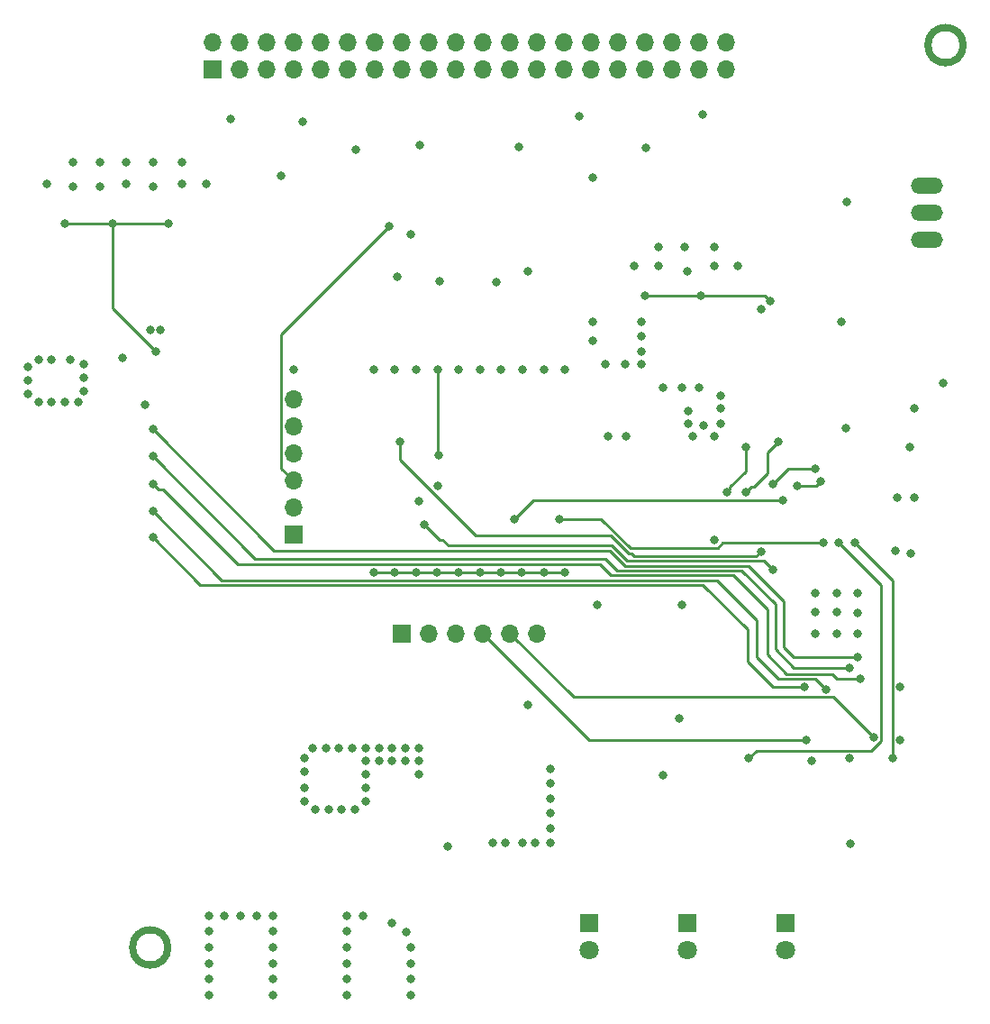
<source format=gbr>
%TF.GenerationSoftware,KiCad,Pcbnew,(5.1.6)-1*%
%TF.CreationDate,2020-09-10T03:51:48+02:00*%
%TF.ProjectId,Esp32TinyTester,45737033-3254-4696-9e79-546573746572,rev?*%
%TF.SameCoordinates,Original*%
%TF.FileFunction,Copper,L4,Bot*%
%TF.FilePolarity,Positive*%
%FSLAX46Y46*%
G04 Gerber Fmt 4.6, Leading zero omitted, Abs format (unit mm)*
G04 Created by KiCad (PCBNEW (5.1.6)-1) date 2020-09-10 03:51:48*
%MOMM*%
%LPD*%
G01*
G04 APERTURE LIST*
%TA.AperFunction,EtchedComponent*%
%ADD10C,0.381000*%
%TD*%
%TA.AperFunction,ComponentPad*%
%ADD11R,1.700000X1.700000*%
%TD*%
%TA.AperFunction,ComponentPad*%
%ADD12O,1.700000X1.700000*%
%TD*%
%TA.AperFunction,ComponentPad*%
%ADD13C,1.800000*%
%TD*%
%TA.AperFunction,ComponentPad*%
%ADD14R,1.800000X1.800000*%
%TD*%
%TA.AperFunction,ComponentPad*%
%ADD15O,3.010000X1.510000*%
%TD*%
%TA.AperFunction,ViaPad*%
%ADD16C,0.800000*%
%TD*%
%TA.AperFunction,Conductor*%
%ADD17C,0.250000*%
%TD*%
G04 APERTURE END LIST*
D10*
X146540700Y-55250000D02*
G75*
G03*
X146540700Y-55250000I-1790700J0D01*
G01*
X146279080Y-55250000D02*
G75*
G03*
X146279080Y-55250000I-1529080J0D01*
G01*
X71790700Y-140000000D02*
G75*
G03*
X71790700Y-140000000I-1790700J0D01*
G01*
X71529080Y-140000000D02*
G75*
G03*
X71529080Y-140000000I-1529080J0D01*
G01*
D11*
X75870000Y-57540000D03*
D12*
X75870000Y-55000000D03*
X78410000Y-57540000D03*
X78410000Y-55000000D03*
X80950000Y-57540000D03*
X80950000Y-55000000D03*
X83490000Y-57540000D03*
X83490000Y-55000000D03*
X86030000Y-57540000D03*
X86030000Y-55000000D03*
X88570000Y-57540000D03*
X88570000Y-55000000D03*
X91110000Y-57540000D03*
X91110000Y-55000000D03*
X93650000Y-57540000D03*
X93650000Y-55000000D03*
X96190000Y-57540000D03*
X96190000Y-55000000D03*
X98730000Y-57540000D03*
X98730000Y-55000000D03*
X101270000Y-57540000D03*
X101270000Y-55000000D03*
X103810000Y-57540000D03*
X103810000Y-55000000D03*
X106350000Y-57540000D03*
X106350000Y-55000000D03*
X108890000Y-57540000D03*
X108890000Y-55000000D03*
X111430000Y-57540000D03*
X111430000Y-55000000D03*
X113970000Y-57540000D03*
X113970000Y-55000000D03*
X116510000Y-57540000D03*
X116510000Y-55000000D03*
X119050000Y-57540000D03*
X119050000Y-55000000D03*
X121590000Y-57540000D03*
X121590000Y-55000000D03*
X124130000Y-57540000D03*
X124130000Y-55000000D03*
D13*
X111250000Y-140290000D03*
D14*
X111250000Y-137750000D03*
D12*
X106370000Y-110500000D03*
X103830000Y-110500000D03*
X101290000Y-110500000D03*
X98750000Y-110500000D03*
X96210000Y-110500000D03*
D11*
X93670000Y-110500000D03*
X83500000Y-101250000D03*
D12*
X83500000Y-98710000D03*
X83500000Y-96170000D03*
X83500000Y-93630000D03*
X83500000Y-91090000D03*
X83500000Y-88550000D03*
D15*
X143000000Y-73500000D03*
X143000000Y-70960000D03*
X143000000Y-68420000D03*
D14*
X129750000Y-137750000D03*
D13*
X129750000Y-140290000D03*
X120500000Y-140290000D03*
D14*
X120500000Y-137750000D03*
D16*
X140500000Y-115500000D03*
X140500000Y-120500000D03*
X75500000Y-138500000D03*
X75500000Y-137000000D03*
X75500000Y-140000000D03*
X75500000Y-141500000D03*
X75500000Y-143000000D03*
X75500000Y-144500000D03*
X81500000Y-143000000D03*
X81500000Y-144500000D03*
X94500000Y-143000000D03*
X94500000Y-141500000D03*
X81500000Y-141500000D03*
X81500000Y-140000000D03*
X77000000Y-137000000D03*
X78500000Y-137000000D03*
X94500000Y-140000000D03*
X81500000Y-138500000D03*
X81500000Y-137000000D03*
X80000000Y-137000000D03*
X90000000Y-137000000D03*
X88500000Y-138500000D03*
X88500000Y-137000000D03*
X94500000Y-144500000D03*
X88500000Y-144500000D03*
X88500000Y-143000000D03*
X88500000Y-140000000D03*
X88500000Y-141500000D03*
X132500000Y-110500000D03*
X134500000Y-110500000D03*
X136500000Y-110500000D03*
X134500000Y-108500000D03*
X134500000Y-106750000D03*
X136250000Y-102000000D03*
X134750000Y-102000000D03*
X106200000Y-130200000D03*
X107600000Y-130200000D03*
X107600000Y-128800000D03*
X107600000Y-127400000D03*
X107600000Y-126000000D03*
X107600000Y-124600000D03*
X107600000Y-123200000D03*
X103400000Y-130200000D03*
X102200000Y-130200000D03*
X120600000Y-89600000D03*
X120600000Y-90800000D03*
X123600000Y-89400000D03*
X123600000Y-90800000D03*
X123600000Y-88200000D03*
X132200000Y-122500000D03*
X118200000Y-123800000D03*
X139750000Y-122250000D03*
X135800000Y-130250000D03*
X119750000Y-118500000D03*
X135750000Y-122250000D03*
X121600000Y-87400000D03*
X120000000Y-87400000D03*
X118200000Y-87400000D03*
X116200000Y-85200000D03*
X116200000Y-84000000D03*
X116200000Y-82600000D03*
X116200000Y-81200000D03*
X111600000Y-81200000D03*
X111600000Y-83000000D03*
X114600000Y-85200000D03*
X112750000Y-85200000D03*
X113000000Y-92000000D03*
X114750000Y-92000000D03*
X140250000Y-97750000D03*
X140000000Y-102750000D03*
X141400000Y-93000000D03*
X135400000Y-91200000D03*
X141800000Y-89400000D03*
X135000000Y-81200000D03*
X138000000Y-120250000D03*
X135500000Y-70000000D03*
X128250000Y-79250000D03*
X125250000Y-76000000D03*
X123000000Y-76000000D03*
X120250000Y-74250000D03*
X123000000Y-74250000D03*
X117750000Y-76000000D03*
X117750000Y-74250000D03*
X120500000Y-76500000D03*
X115500000Y-76000000D03*
X121750000Y-78750000D03*
X116500000Y-78750000D03*
X62500000Y-84750000D03*
X63750000Y-85250000D03*
X60750000Y-88750000D03*
X62000000Y-88750000D03*
X58500000Y-88000000D03*
X58500000Y-86750000D03*
X58500000Y-85500000D03*
X85250000Y-121250000D03*
X84500000Y-126250000D03*
X84500000Y-125000000D03*
X84500000Y-123500000D03*
X84500000Y-122250000D03*
X85500000Y-127000000D03*
X86750000Y-127000000D03*
X88000000Y-127000000D03*
X90250000Y-126250000D03*
X89250000Y-127000000D03*
X95250000Y-123750000D03*
X94000000Y-121250000D03*
X92750000Y-121250000D03*
X95250000Y-122500000D03*
X94000000Y-122500000D03*
X95250000Y-121250000D03*
X90250000Y-125000000D03*
X91500000Y-121250000D03*
X90250000Y-122500000D03*
X92750000Y-122500000D03*
X89000000Y-121250000D03*
X90250000Y-123750000D03*
X91500000Y-122500000D03*
X90250000Y-121250000D03*
X86500000Y-121250000D03*
X87750000Y-121250000D03*
X75250000Y-68250000D03*
X60250000Y-68250000D03*
X62750000Y-68500000D03*
X65250000Y-68500000D03*
X67750000Y-68250000D03*
X62750000Y-66250000D03*
X67750000Y-66250000D03*
X70250000Y-68500000D03*
X73000000Y-68250000D03*
X73000000Y-66250000D03*
X70500000Y-84000000D03*
X105500000Y-117250000D03*
X83500000Y-85750000D03*
X70250000Y-101500000D03*
X70250000Y-96500000D03*
X62000000Y-72000000D03*
X66500000Y-72000000D03*
X71750000Y-72000000D03*
X70250000Y-93890000D03*
X70250000Y-91350000D03*
X70250000Y-99000000D03*
X129000000Y-92500000D03*
X131500000Y-115500000D03*
X133500000Y-115750000D03*
X135750000Y-113750000D03*
X133000000Y-96250000D03*
X132500000Y-95000000D03*
X132500000Y-108500000D03*
X132500000Y-106750000D03*
X136500000Y-106750000D03*
X136750000Y-114750000D03*
X136500000Y-112750000D03*
X93500000Y-92500000D03*
X92500000Y-72250000D03*
X93250000Y-77000000D03*
X126000000Y-93000000D03*
X123000000Y-101750000D03*
X141500000Y-103000000D03*
X133250000Y-102000000D03*
X129500000Y-98000000D03*
X127400000Y-102800000D03*
X94500000Y-73000000D03*
X105500000Y-76500000D03*
X97200000Y-77430000D03*
X95220000Y-98100000D03*
X82300000Y-67550000D03*
X77600000Y-62150000D03*
X84350000Y-62400000D03*
X89300000Y-65050000D03*
X95350000Y-64650000D03*
X104650000Y-64850000D03*
X110325000Y-61925000D03*
X111575000Y-67675000D03*
X116575000Y-64925000D03*
X121950000Y-61800000D03*
X141800000Y-97750000D03*
X109000000Y-104750000D03*
X107000000Y-104750000D03*
X104930000Y-104750000D03*
X103000000Y-104750000D03*
X101050000Y-104750000D03*
X98970000Y-104750000D03*
X96970000Y-104750000D03*
X95010000Y-104750000D03*
X93000000Y-104750000D03*
X91000000Y-104750000D03*
X91000000Y-85750000D03*
X93000000Y-85750000D03*
X95000000Y-85750000D03*
X97000000Y-85750000D03*
X99000000Y-85750000D03*
X101010000Y-85750000D03*
X102980000Y-85750000D03*
X104960000Y-85750000D03*
X107000000Y-85750000D03*
X109000000Y-85750000D03*
X97080000Y-93800000D03*
X97060000Y-96680000D03*
X128500000Y-96500000D03*
X104250000Y-99750000D03*
X108500000Y-99750000D03*
X95750000Y-100250000D03*
X127424999Y-80075001D03*
X98000000Y-130500000D03*
X119980000Y-107820000D03*
X112020000Y-107780000D03*
X136500000Y-108600000D03*
X92750000Y-137750000D03*
X94075000Y-138575000D03*
X67375000Y-84625000D03*
X69995000Y-82005000D03*
X70995000Y-82005000D03*
X69540000Y-89040000D03*
X59500000Y-88750000D03*
X63250000Y-88750000D03*
X63750000Y-87750000D03*
X59500000Y-84750000D03*
X60750000Y-84750000D03*
X63750000Y-86500000D03*
X121000000Y-92000000D03*
X123000000Y-92000000D03*
X122000000Y-91000000D03*
X102500000Y-77500000D03*
X144500000Y-87000000D03*
X126000000Y-97250000D03*
X105000000Y-130200000D03*
X70250000Y-66250000D03*
X65250000Y-66250000D03*
X130820000Y-96680000D03*
X124250000Y-97250000D03*
X128500000Y-104500000D03*
X131700000Y-120500000D03*
X126250000Y-122250000D03*
D17*
X130000000Y-95000000D02*
X132500000Y-95000000D01*
X74700010Y-105950010D02*
X70250000Y-101500000D01*
X121950010Y-105950010D02*
X74700010Y-105950010D01*
X97000000Y-93720000D02*
X97080000Y-93800000D01*
X97000000Y-85750000D02*
X97000000Y-93720000D01*
X82324999Y-82425001D02*
X92500000Y-72250000D01*
X82324999Y-94994999D02*
X82324999Y-82425001D01*
X83500000Y-96170000D02*
X82324999Y-94994999D01*
X91000000Y-104750000D02*
X109000000Y-104750000D01*
X132570000Y-96680000D02*
X133000000Y-96250000D01*
X130820000Y-96680000D02*
X132570000Y-96680000D01*
X130000000Y-95000000D02*
X128500000Y-96500000D01*
X128000000Y-95500000D02*
X128000000Y-93500000D01*
X128000000Y-93500000D02*
X129000000Y-92500000D01*
X126750000Y-96750000D02*
X128000000Y-95500000D01*
X126500000Y-96750000D02*
X126000000Y-97250000D01*
X126750000Y-96750000D02*
X126500000Y-96750000D01*
X126125000Y-110125000D02*
X121950010Y-105950010D01*
X126125000Y-110125000D02*
X126125000Y-113125000D01*
X128500000Y-115500000D02*
X131500000Y-115500000D01*
X126125000Y-113125000D02*
X128500000Y-115500000D01*
X116500000Y-78750000D02*
X121750000Y-78750000D01*
X127750000Y-78750000D02*
X128250000Y-79250000D01*
X121750000Y-78750000D02*
X127750000Y-78750000D01*
X126000000Y-95250000D02*
X124500000Y-96750000D01*
X126000000Y-93000000D02*
X126000000Y-95250000D01*
X124500000Y-97000000D02*
X124250000Y-97250000D01*
X124500000Y-96750000D02*
X124500000Y-97000000D01*
X129536501Y-111786501D02*
X130463499Y-112713499D01*
X70250000Y-91350000D02*
X81625001Y-102725001D01*
X129536501Y-107463499D02*
X129536501Y-111786501D01*
X81625001Y-102725001D02*
X113225001Y-102725001D01*
X114649970Y-104149970D02*
X126222972Y-104149970D01*
X113225001Y-102725001D02*
X114649970Y-104149970D01*
X126222972Y-104149970D02*
X129536501Y-107463499D01*
X136463499Y-112713499D02*
X136500000Y-112750000D01*
X130463499Y-112713499D02*
X136463499Y-112713499D01*
X78274999Y-104024999D02*
X112274999Y-104024999D01*
X113299990Y-105049990D02*
X124799990Y-105049990D01*
X112274999Y-104024999D02*
X113299990Y-105049990D01*
X128000000Y-108250000D02*
X128000000Y-112500000D01*
X71250000Y-97000000D02*
X78274999Y-104024999D01*
X70750000Y-97000000D02*
X71250000Y-97000000D01*
X70250000Y-96500000D02*
X70750000Y-97000000D01*
X124799990Y-105049990D02*
X128000000Y-108250000D01*
X128000000Y-112500000D02*
X129824989Y-114324989D01*
X129824989Y-114324989D02*
X134074989Y-114324989D01*
X134500000Y-114750000D02*
X136750000Y-114750000D01*
X134074989Y-114324989D02*
X134500000Y-114750000D01*
X76750000Y-105500000D02*
X70250000Y-99000000D01*
X123250000Y-105500000D02*
X76750000Y-105500000D01*
X127000000Y-109250000D02*
X127000000Y-112750000D01*
X127000000Y-109250000D02*
X123250000Y-105500000D01*
X132524999Y-114774999D02*
X132625000Y-114875000D01*
X129024999Y-114774999D02*
X132524999Y-114774999D01*
X127000000Y-112750000D02*
X129024999Y-114774999D01*
X133500000Y-115750000D02*
X132625000Y-114875000D01*
X113849980Y-104599980D02*
X112750000Y-103500000D01*
X135750000Y-113750000D02*
X130500000Y-113750000D01*
X128750000Y-112000000D02*
X128750000Y-107750000D01*
X112750000Y-103500000D02*
X79860000Y-103500000D01*
X130500000Y-113750000D02*
X128750000Y-112000000D01*
X128750000Y-107750000D02*
X125599980Y-104599980D01*
X79860000Y-103500000D02*
X70250000Y-93890000D01*
X125599980Y-104599980D02*
X113849980Y-104599980D01*
X106000000Y-98000000D02*
X104250000Y-99750000D01*
X129500000Y-98000000D02*
X106000000Y-98000000D01*
X112386410Y-99750000D02*
X108500000Y-99750000D01*
X123348001Y-102475001D02*
X115111411Y-102475001D01*
X123823002Y-102000000D02*
X123348001Y-102475001D01*
X115111411Y-102475001D02*
X112386410Y-99750000D01*
X133250000Y-102000000D02*
X123823002Y-102000000D01*
X95750000Y-100250000D02*
X97225009Y-101725009D01*
X97475009Y-101725009D02*
X98024991Y-102274991D01*
X97225009Y-101725009D02*
X97475009Y-101725009D01*
X113411402Y-102274992D02*
X114836370Y-103699960D01*
X98024991Y-102274991D02*
X113411402Y-102274992D01*
X114836370Y-103699960D02*
X126699960Y-103699960D01*
X127699960Y-103699960D02*
X128500000Y-104500000D01*
X126699960Y-103699960D02*
X127699960Y-103699960D01*
X126950050Y-103249950D02*
X127400000Y-102800000D01*
X113274999Y-101274999D02*
X115000000Y-103000000D01*
X115250000Y-103000000D02*
X115499950Y-103249950D01*
X115000000Y-103000000D02*
X115250000Y-103000000D01*
X115499950Y-103249950D02*
X126950050Y-103249950D01*
X93500000Y-94193002D02*
X100581997Y-101274999D01*
X93500000Y-92500000D02*
X93500000Y-94193002D01*
X100581997Y-101274999D02*
X113274999Y-101274999D01*
X111290000Y-120500000D02*
X101290000Y-110500000D01*
X131700000Y-120500000D02*
X111290000Y-120500000D01*
X109805001Y-116475001D02*
X103830000Y-110500000D01*
X134225001Y-116475001D02*
X109805001Y-116475001D01*
X138000000Y-120250000D02*
X134225001Y-116475001D01*
X66500000Y-80000000D02*
X70500000Y-84000000D01*
X71750000Y-72000000D02*
X62000000Y-72000000D01*
X66500000Y-72000000D02*
X66500000Y-80000000D01*
X139750000Y-105500000D02*
X136250000Y-102000000D01*
X139750000Y-122250000D02*
X139750000Y-105500000D01*
X138725001Y-120598001D02*
X138725001Y-105975001D01*
X138725001Y-105975001D02*
X134750000Y-102000000D01*
X137798003Y-121524999D02*
X138725001Y-120598001D01*
X126975001Y-121524999D02*
X137798003Y-121524999D01*
X126250000Y-122250000D02*
X126975001Y-121524999D01*
M02*

</source>
